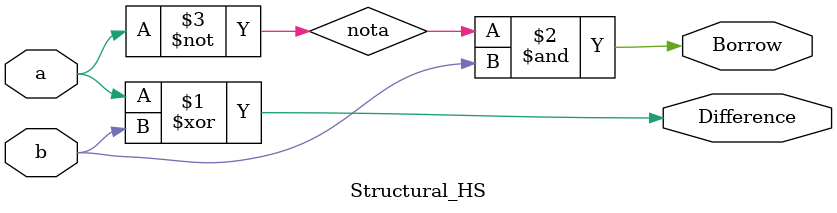
<source format=v>
module Structural_HS(a, b, Difference, Borrow);
    input a, b;
    output Difference, Borrow;

    wire nota;

    not (nota, a);
    xor (Difference, a, b);
    and (Borrow, nota, b);
endmodule

</source>
